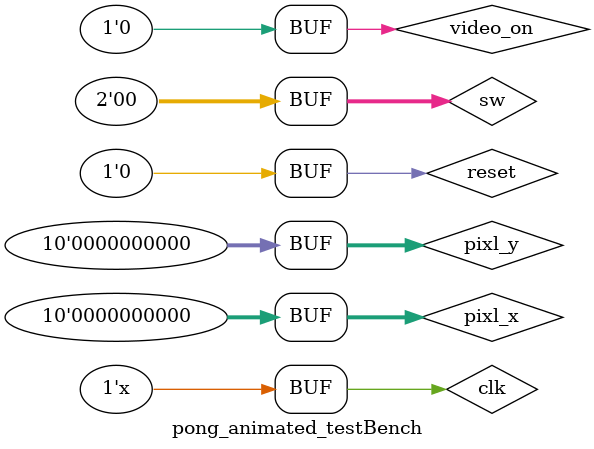
<source format=v>
`timescale 1ns / 1ps


module pong_animated_testBench;

	// Inputs
	reg clk;
	reg reset;
	reg [1:0] sw;
	reg video_on;
	reg [9:0] pixl_x;
	reg [9:0] pixl_y;

	// Outputs
	wire [11:0] RGB;

	// Instantiate the Unit Under Test (UUT)
	pong_animated uut (
		.clk(clk), 
		.reset(reset), 
		.sw(sw), 
		.video_on(video_on), 
		.pixl_x(pixl_x), 
		.pixl_y(pixl_y), 
		.RGB(RGB)
	);

always #5 clk = ~clk; 

	initial begin
		// Initialize Inputs
		clk = 0;
		reset = 1; #100; 
		reset = 0; #100; 
		sw = 0;
		video_on = 0;
		pixl_x = 0;
		pixl_y = 0;

		// Wait 100 ns for global reset to finish
		#100;
        
		// Add stimulus here

	end
      
endmodule


</source>
